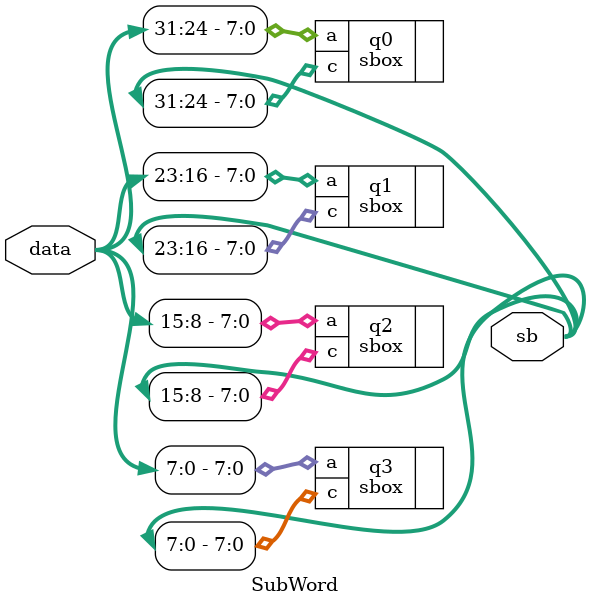
<source format=v>
module SubWord(data,sb);

input [31:0] data;
output [31:0] sb;
     
     sbox q0(.a(data[31:24]),.c(sb[31:24]) );
     sbox q1(.a(data[23:16]),.c(sb[23:16]) );
     sbox q2(.a(data[15:8]),.c(sb[15:8]) );
     sbox q3(.a(data[7:0]),.c(sb[7:0]) );
	  
endmodule
</source>
